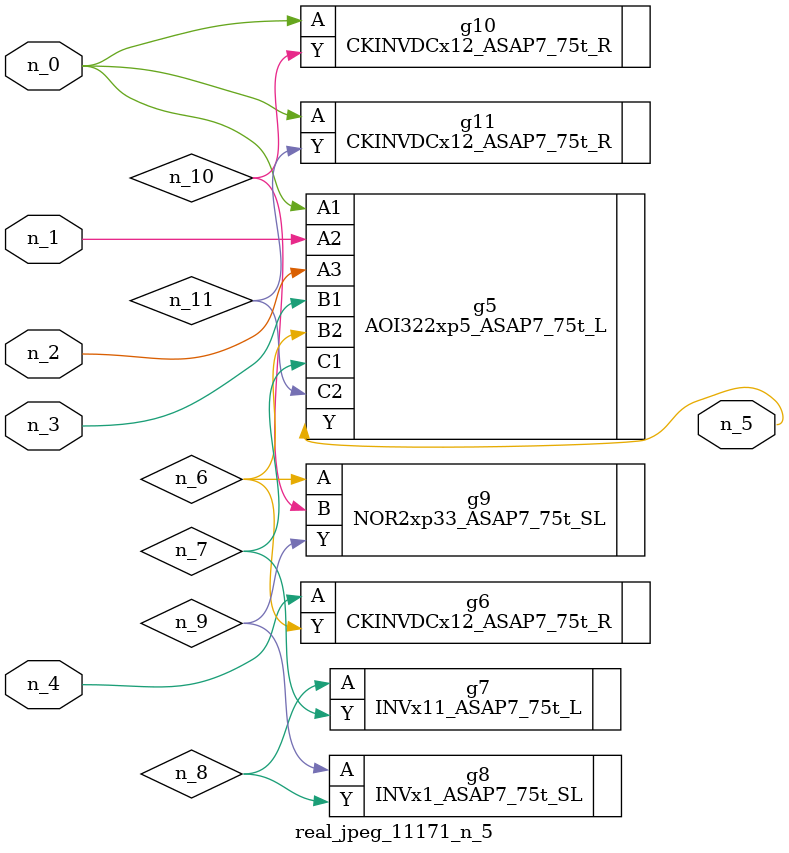
<source format=v>
module real_jpeg_11171_n_5 (n_4, n_0, n_1, n_2, n_3, n_5);

input n_4;
input n_0;
input n_1;
input n_2;
input n_3;

output n_5;

wire n_8;
wire n_11;
wire n_6;
wire n_7;
wire n_10;
wire n_9;

AOI322xp5_ASAP7_75t_L g5 ( 
.A1(n_0),
.A2(n_1),
.A3(n_2),
.B1(n_3),
.B2(n_6),
.C1(n_7),
.C2(n_11),
.Y(n_5)
);

CKINVDCx12_ASAP7_75t_R g10 ( 
.A(n_0),
.Y(n_10)
);

CKINVDCx12_ASAP7_75t_R g11 ( 
.A(n_0),
.Y(n_11)
);

CKINVDCx12_ASAP7_75t_R g6 ( 
.A(n_4),
.Y(n_6)
);

NOR2xp33_ASAP7_75t_SL g9 ( 
.A(n_6),
.B(n_10),
.Y(n_9)
);

INVx11_ASAP7_75t_L g7 ( 
.A(n_8),
.Y(n_7)
);

INVx1_ASAP7_75t_SL g8 ( 
.A(n_9),
.Y(n_8)
);


endmodule
</source>
